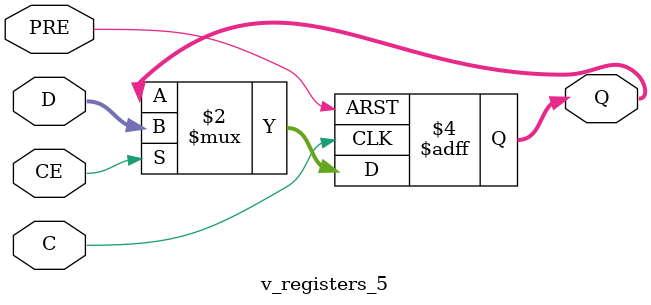
<source format=v>
`timescale 1ns / 1ps
module v_registers_5 (input C, CE, PRE, input [3:0 ] D,
output reg [3:0] Q);
always @(posedge C or posedge PRE)
begin
if (PRE)
Q <= 4'b1111;
else if (CE)
Q <= D;
end
endmodule
</source>
